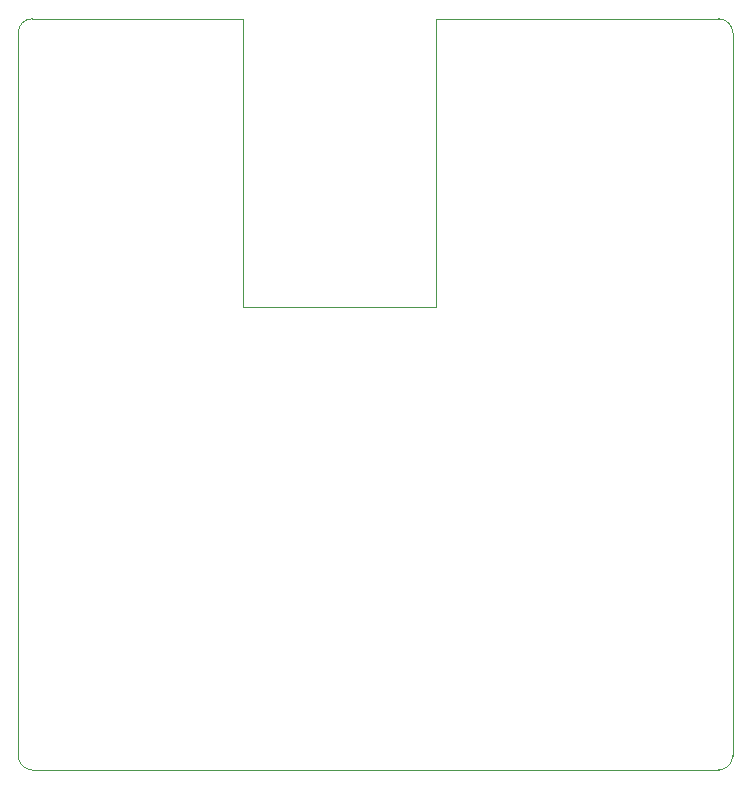
<source format=gm1>
G04 #@! TF.GenerationSoftware,KiCad,Pcbnew,9.0.6*
G04 #@! TF.CreationDate,2025-12-01T14:44:23+01:00*
G04 #@! TF.ProjectId,wled-eth.versioned,776c6564-2d65-4746-982e-76657273696f,v0.49*
G04 #@! TF.SameCoordinates,Original*
G04 #@! TF.FileFunction,Profile,NP*
%FSLAX46Y46*%
G04 Gerber Fmt 4.6, Leading zero omitted, Abs format (unit mm)*
G04 Created by KiCad (PCBNEW 9.0.6) date 2025-12-01 14:44:23*
%MOMM*%
%LPD*%
G01*
G04 APERTURE LIST*
G04 #@! TA.AperFunction,Profile*
%ADD10C,0.050000*%
G04 #@! TD*
G04 APERTURE END LIST*
D10*
X40000000Y-62900000D02*
X23600000Y-62900000D01*
X5800000Y-38500000D02*
X23600000Y-38500000D01*
X23600000Y-62900000D02*
X23600000Y-38500000D01*
X63900000Y-38500000D02*
G75*
G02*
X65100000Y-39700000I0J-1200000D01*
G01*
X5800000Y-102100000D02*
G75*
G02*
X4600000Y-100900000I0J1200000D01*
G01*
X63900000Y-102100000D02*
X5800000Y-102100000D01*
X4600000Y-39700000D02*
X4600000Y-100900000D01*
X40000000Y-38500000D02*
X40000000Y-62900000D01*
X65100000Y-39700000D02*
X65100000Y-100900000D01*
X65100000Y-100900000D02*
G75*
G02*
X63900000Y-102100000I-1200000J0D01*
G01*
X40000000Y-38500000D02*
X63900000Y-38500000D01*
X4600000Y-39700000D02*
G75*
G02*
X5800000Y-38500000I1200000J0D01*
G01*
M02*

</source>
